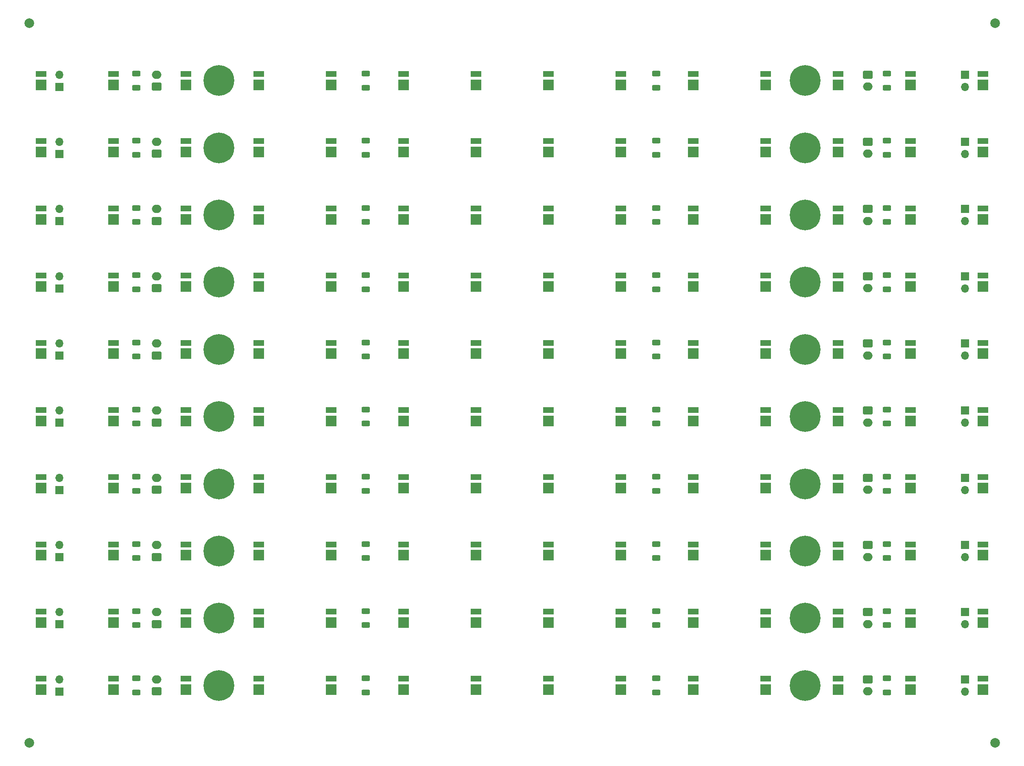
<source format=gbr>
%TF.GenerationSoftware,KiCad,Pcbnew,(6.0.7)*%
%TF.CreationDate,2023-02-06T14:52:35+00:00*%
%TF.ProjectId,Dayspring_Mini_P,44617973-7072-4696-9e67-5f4d696e695f,rev?*%
%TF.SameCoordinates,Original*%
%TF.FileFunction,Soldermask,Top*%
%TF.FilePolarity,Negative*%
%FSLAX46Y46*%
G04 Gerber Fmt 4.6, Leading zero omitted, Abs format (unit mm)*
G04 Created by KiCad (PCBNEW (6.0.7)) date 2023-02-06 14:52:35*
%MOMM*%
%LPD*%
G01*
G04 APERTURE LIST*
G04 Aperture macros list*
%AMRoundRect*
0 Rectangle with rounded corners*
0 $1 Rounding radius*
0 $2 $3 $4 $5 $6 $7 $8 $9 X,Y pos of 4 corners*
0 Add a 4 corners polygon primitive as box body*
4,1,4,$2,$3,$4,$5,$6,$7,$8,$9,$2,$3,0*
0 Add four circle primitives for the rounded corners*
1,1,$1+$1,$2,$3*
1,1,$1+$1,$4,$5*
1,1,$1+$1,$6,$7*
1,1,$1+$1,$8,$9*
0 Add four rect primitives between the rounded corners*
20,1,$1+$1,$2,$3,$4,$5,0*
20,1,$1+$1,$4,$5,$6,$7,0*
20,1,$1+$1,$6,$7,$8,$9,0*
20,1,$1+$1,$8,$9,$2,$3,0*%
G04 Aperture macros list end*
%ADD10R,2.200000X2.200000*%
%ADD11R,2.200000X1.250000*%
%ADD12RoundRect,0.250000X0.625000X-0.312500X0.625000X0.312500X-0.625000X0.312500X-0.625000X-0.312500X0*%
%ADD13C,6.400000*%
%ADD14C,0.800000*%
%ADD15C,2.000000*%
%ADD16R,1.700000X1.700000*%
%ADD17O,1.700000X1.700000*%
%ADD18RoundRect,0.250000X0.750000X-0.600000X0.750000X0.600000X-0.750000X0.600000X-0.750000X-0.600000X0*%
%ADD19O,2.000000X1.700000*%
%ADD20RoundRect,0.250000X-0.750000X0.600000X-0.750000X-0.600000X0.750000X-0.600000X0.750000X0.600000X0*%
G04 APERTURE END LIST*
D10*
%TO.C,D10*%
X187846153Y-144400000D03*
D11*
X187846153Y-142125000D03*
%TD*%
D12*
%TO.C,R4*%
X198000000Y-88962500D03*
X198000000Y-86037500D03*
%TD*%
D10*
%TO.C,D11*%
X97384615Y-46400000D03*
D11*
X97384615Y-44125000D03*
%TD*%
D10*
%TO.C,D2*%
X127538461Y-46400000D03*
D11*
X127538461Y-44125000D03*
%TD*%
D10*
%TO.C,D5*%
X52153846Y-116400000D03*
D11*
X52153846Y-114125000D03*
%TD*%
D10*
%TO.C,D7*%
X67230769Y-102400000D03*
D11*
X67230769Y-100125000D03*
%TD*%
D10*
%TO.C,D10*%
X187846153Y-116400000D03*
D11*
X187846153Y-114125000D03*
%TD*%
D10*
%TO.C,D14*%
X218000000Y-144400000D03*
D11*
X218000000Y-142125000D03*
%TD*%
D10*
%TO.C,D4*%
X142615384Y-116400000D03*
D11*
X142615384Y-114125000D03*
%TD*%
D10*
%TO.C,D2*%
X127538461Y-116400000D03*
D11*
X127538461Y-114125000D03*
%TD*%
D10*
%TO.C,D12*%
X202923076Y-88400000D03*
D11*
X202923076Y-86125000D03*
%TD*%
D10*
%TO.C,D11*%
X97384615Y-130400000D03*
D11*
X97384615Y-128125000D03*
%TD*%
D12*
%TO.C,R4*%
X198000000Y-102962500D03*
X198000000Y-100037500D03*
%TD*%
D13*
%TO.C,H2*%
X181000000Y-157500000D03*
D14*
X179302944Y-155802944D03*
X182697056Y-155802944D03*
X183400000Y-157500000D03*
X182697056Y-159197056D03*
X181000000Y-159900000D03*
X181000000Y-155100000D03*
X178600000Y-157500000D03*
X179302944Y-159197056D03*
%TD*%
D10*
%TO.C,D12*%
X202923076Y-144400000D03*
D11*
X202923076Y-142125000D03*
%TD*%
D10*
%TO.C,D5*%
X52153846Y-144400000D03*
D11*
X52153846Y-142125000D03*
%TD*%
D10*
%TO.C,D12*%
X202923076Y-158400000D03*
D11*
X202923076Y-156125000D03*
%TD*%
D10*
%TO.C,D5*%
X52153846Y-32400000D03*
D11*
X52153846Y-30125000D03*
%TD*%
D10*
%TO.C,D3*%
X37076923Y-74400000D03*
D11*
X37076923Y-72125000D03*
%TD*%
D10*
%TO.C,D7*%
X67230769Y-46400000D03*
D11*
X67230769Y-44125000D03*
%TD*%
D12*
%TO.C,R3*%
X89500000Y-116962500D03*
X89500000Y-114037500D03*
%TD*%
%TO.C,R4*%
X198000000Y-74962500D03*
X198000000Y-72037500D03*
%TD*%
D10*
%TO.C,D5*%
X52153846Y-60400000D03*
D11*
X52153846Y-58125000D03*
%TD*%
D10*
%TO.C,D9*%
X82307692Y-130400000D03*
D11*
X82307692Y-128125000D03*
%TD*%
D15*
%TO.C,REF\u002A\u002A*%
X19500000Y-169500000D03*
%TD*%
D10*
%TO.C,D9*%
X82307692Y-88400000D03*
D11*
X82307692Y-86125000D03*
%TD*%
D14*
%TO.C,H1*%
X56600000Y-59500000D03*
X61400000Y-59500000D03*
X59000000Y-61900000D03*
X60697056Y-61197056D03*
D13*
X59000000Y-59500000D03*
D14*
X57302944Y-57802944D03*
X59000000Y-57100000D03*
X60697056Y-57802944D03*
X57302944Y-61197056D03*
%TD*%
D10*
%TO.C,D6*%
X157692307Y-144400000D03*
D11*
X157692307Y-142125000D03*
%TD*%
D10*
%TO.C,D12*%
X202923076Y-130400000D03*
D11*
X202923076Y-128125000D03*
%TD*%
D10*
%TO.C,D1*%
X22000000Y-46400000D03*
D11*
X22000000Y-44125000D03*
%TD*%
D12*
%TO.C,R4*%
X198000000Y-116962500D03*
X198000000Y-114037500D03*
%TD*%
D14*
%TO.C,H2*%
X181000000Y-33900000D03*
D13*
X181000000Y-31500000D03*
D14*
X182697056Y-33197056D03*
X182697056Y-29802944D03*
X179302944Y-29802944D03*
X183400000Y-31500000D03*
X178600000Y-31500000D03*
X181000000Y-29100000D03*
X179302944Y-33197056D03*
%TD*%
D12*
%TO.C,R1*%
X41750000Y-130962500D03*
X41750000Y-128037500D03*
%TD*%
D10*
%TO.C,D8*%
X172769230Y-74400000D03*
D11*
X172769230Y-72125000D03*
%TD*%
D10*
%TO.C,D1*%
X22000000Y-60400000D03*
D11*
X22000000Y-58125000D03*
%TD*%
D12*
%TO.C,R1*%
X41750000Y-46962500D03*
X41750000Y-44037500D03*
%TD*%
D10*
%TO.C,D4*%
X142615384Y-144400000D03*
D11*
X142615384Y-142125000D03*
%TD*%
D10*
%TO.C,D3*%
X37076923Y-116400000D03*
D11*
X37076923Y-114125000D03*
%TD*%
D12*
%TO.C,R2*%
X150000000Y-60962500D03*
X150000000Y-58037500D03*
%TD*%
D10*
%TO.C,D3*%
X37076923Y-46400000D03*
D11*
X37076923Y-44125000D03*
%TD*%
D12*
%TO.C,R2*%
X150000000Y-144962500D03*
X150000000Y-142037500D03*
%TD*%
D10*
%TO.C,D9*%
X82307692Y-60400000D03*
D11*
X82307692Y-58125000D03*
%TD*%
D14*
%TO.C,H1*%
X56600000Y-115500000D03*
X57302944Y-113802944D03*
D13*
X59000000Y-115500000D03*
D14*
X61400000Y-115500000D03*
X60697056Y-117197056D03*
X59000000Y-117900000D03*
X60697056Y-113802944D03*
X57302944Y-117197056D03*
X59000000Y-113100000D03*
%TD*%
D12*
%TO.C,R3*%
X89500000Y-130962500D03*
X89500000Y-128037500D03*
%TD*%
%TO.C,R4*%
X198000000Y-32962500D03*
X198000000Y-30037500D03*
%TD*%
D14*
%TO.C,H2*%
X182697056Y-85802944D03*
X181000000Y-85100000D03*
X181000000Y-89900000D03*
X178600000Y-87500000D03*
X179302944Y-85802944D03*
X182697056Y-89197056D03*
D13*
X181000000Y-87500000D03*
D14*
X183400000Y-87500000D03*
X179302944Y-89197056D03*
%TD*%
D10*
%TO.C,D13*%
X112461538Y-60400000D03*
D11*
X112461538Y-58125000D03*
%TD*%
D10*
%TO.C,D4*%
X142615384Y-158400000D03*
D11*
X142615384Y-156125000D03*
%TD*%
D12*
%TO.C,R3*%
X89500000Y-158962500D03*
X89500000Y-156037500D03*
%TD*%
D13*
%TO.C,H2*%
X181000000Y-129500000D03*
D14*
X182697056Y-131197056D03*
X178600000Y-129500000D03*
X179302944Y-131197056D03*
X183400000Y-129500000D03*
X182697056Y-127802944D03*
X181000000Y-131900000D03*
X181000000Y-127100000D03*
X179302944Y-127802944D03*
%TD*%
D10*
%TO.C,D14*%
X218000000Y-74400000D03*
D11*
X218000000Y-72125000D03*
%TD*%
D10*
%TO.C,D5*%
X52153846Y-88400000D03*
D11*
X52153846Y-86125000D03*
%TD*%
D15*
%TO.C,REF\u002A\u002A*%
X220500000Y-169500000D03*
%TD*%
D10*
%TO.C,D7*%
X67230769Y-158400000D03*
D11*
X67230769Y-156125000D03*
%TD*%
D10*
%TO.C,D9*%
X82307692Y-74400000D03*
D11*
X82307692Y-72125000D03*
%TD*%
D10*
%TO.C,D8*%
X172769230Y-158400000D03*
D11*
X172769230Y-156125000D03*
%TD*%
D10*
%TO.C,D6*%
X157692307Y-46400000D03*
D11*
X157692307Y-44125000D03*
%TD*%
D10*
%TO.C,D4*%
X142615384Y-74400000D03*
D11*
X142615384Y-72125000D03*
%TD*%
D12*
%TO.C,R1*%
X41750000Y-102962500D03*
X41750000Y-100037500D03*
%TD*%
D10*
%TO.C,D8*%
X172769230Y-46400000D03*
D11*
X172769230Y-44125000D03*
%TD*%
D10*
%TO.C,D2*%
X127538461Y-74400000D03*
D11*
X127538461Y-72125000D03*
%TD*%
D10*
%TO.C,D11*%
X97384615Y-74400000D03*
D11*
X97384615Y-72125000D03*
%TD*%
D10*
%TO.C,D10*%
X187846153Y-46400000D03*
D11*
X187846153Y-44125000D03*
%TD*%
D10*
%TO.C,D10*%
X187846153Y-102400000D03*
D11*
X187846153Y-100125000D03*
%TD*%
D10*
%TO.C,D14*%
X218000000Y-60400000D03*
D11*
X218000000Y-58125000D03*
%TD*%
D10*
%TO.C,D11*%
X97384615Y-102400000D03*
D11*
X97384615Y-100125000D03*
%TD*%
D10*
%TO.C,D13*%
X112461538Y-102400000D03*
D11*
X112461538Y-100125000D03*
%TD*%
D10*
%TO.C,D10*%
X187846153Y-60400000D03*
D11*
X187846153Y-58125000D03*
%TD*%
D10*
%TO.C,D9*%
X82307692Y-102400000D03*
D11*
X82307692Y-100125000D03*
%TD*%
D12*
%TO.C,R3*%
X89500000Y-88962500D03*
X89500000Y-86037500D03*
%TD*%
%TO.C,R2*%
X150000000Y-116962500D03*
X150000000Y-114037500D03*
%TD*%
D14*
%TO.C,H1*%
X61400000Y-73500000D03*
X57302944Y-71802944D03*
X59000000Y-75900000D03*
X57302944Y-75197056D03*
X60697056Y-71802944D03*
X59000000Y-71100000D03*
X56600000Y-73500000D03*
D13*
X59000000Y-73500000D03*
D14*
X60697056Y-75197056D03*
%TD*%
D10*
%TO.C,D13*%
X112461538Y-74400000D03*
D11*
X112461538Y-72125000D03*
%TD*%
D10*
%TO.C,D11*%
X97384615Y-158400000D03*
D11*
X97384615Y-156125000D03*
%TD*%
D14*
%TO.C,H1*%
X60697056Y-89197056D03*
X57302944Y-89197056D03*
X59000000Y-85100000D03*
D13*
X59000000Y-87500000D03*
D14*
X60697056Y-85802944D03*
X61400000Y-87500000D03*
X59000000Y-89900000D03*
X56600000Y-87500000D03*
X57302944Y-85802944D03*
%TD*%
D10*
%TO.C,D8*%
X172769230Y-144400000D03*
D11*
X172769230Y-142125000D03*
%TD*%
D10*
%TO.C,D6*%
X157692307Y-88400000D03*
D11*
X157692307Y-86125000D03*
%TD*%
D12*
%TO.C,R3*%
X89500000Y-144962500D03*
X89500000Y-142037500D03*
%TD*%
D14*
%TO.C,H1*%
X59000000Y-33900000D03*
X59000000Y-29100000D03*
X57302944Y-33197056D03*
X61400000Y-31500000D03*
D13*
X59000000Y-31500000D03*
D14*
X60697056Y-33197056D03*
X57302944Y-29802944D03*
X60697056Y-29802944D03*
X56600000Y-31500000D03*
%TD*%
D10*
%TO.C,D2*%
X127538461Y-130400000D03*
D11*
X127538461Y-128125000D03*
%TD*%
D14*
%TO.C,H2*%
X178600000Y-59500000D03*
X179302944Y-61197056D03*
X179302944Y-57802944D03*
X181000000Y-61900000D03*
D13*
X181000000Y-59500000D03*
D14*
X182697056Y-61197056D03*
X182697056Y-57802944D03*
X183400000Y-59500000D03*
X181000000Y-57100000D03*
%TD*%
D12*
%TO.C,R3*%
X89500000Y-74962500D03*
X89500000Y-72037500D03*
%TD*%
D10*
%TO.C,D6*%
X157692307Y-116400000D03*
D11*
X157692307Y-114125000D03*
%TD*%
D12*
%TO.C,R1*%
X41750000Y-116962500D03*
X41750000Y-114037500D03*
%TD*%
D10*
%TO.C,D1*%
X22000000Y-32400000D03*
D11*
X22000000Y-30125000D03*
%TD*%
D10*
%TO.C,D4*%
X142615384Y-130400000D03*
D11*
X142615384Y-128125000D03*
%TD*%
D10*
%TO.C,D14*%
X218000000Y-88400000D03*
D11*
X218000000Y-86125000D03*
%TD*%
D10*
%TO.C,D3*%
X37076923Y-102400000D03*
D11*
X37076923Y-100125000D03*
%TD*%
D14*
%TO.C,H2*%
X178600000Y-45500000D03*
X179302944Y-47197056D03*
X179302944Y-43802944D03*
X182697056Y-43802944D03*
X181000000Y-47900000D03*
X183400000Y-45500000D03*
X181000000Y-43100000D03*
D13*
X181000000Y-45500000D03*
D14*
X182697056Y-47197056D03*
%TD*%
D10*
%TO.C,D9*%
X82307692Y-158400000D03*
D11*
X82307692Y-156125000D03*
%TD*%
D10*
%TO.C,D5*%
X52153846Y-74400000D03*
D11*
X52153846Y-72125000D03*
%TD*%
D10*
%TO.C,D7*%
X67230769Y-130400000D03*
D11*
X67230769Y-128125000D03*
%TD*%
D10*
%TO.C,D7*%
X67230769Y-144400000D03*
D11*
X67230769Y-142125000D03*
%TD*%
D12*
%TO.C,R1*%
X41750000Y-158962500D03*
X41750000Y-156037500D03*
%TD*%
%TO.C,R4*%
X198000000Y-46962500D03*
X198000000Y-44037500D03*
%TD*%
%TO.C,R1*%
X41750000Y-60962500D03*
X41750000Y-58037500D03*
%TD*%
D10*
%TO.C,D1*%
X22000000Y-130400000D03*
D11*
X22000000Y-128125000D03*
%TD*%
D10*
%TO.C,D11*%
X97384615Y-144400000D03*
D11*
X97384615Y-142125000D03*
%TD*%
D10*
%TO.C,D11*%
X97384615Y-88400000D03*
D11*
X97384615Y-86125000D03*
%TD*%
D12*
%TO.C,R2*%
X150000000Y-46962500D03*
X150000000Y-44037500D03*
%TD*%
D10*
%TO.C,D3*%
X37076923Y-144400000D03*
D11*
X37076923Y-142125000D03*
%TD*%
D12*
%TO.C,R2*%
X150000000Y-88962500D03*
X150000000Y-86037500D03*
%TD*%
%TO.C,R2*%
X150000000Y-102962500D03*
X150000000Y-100037500D03*
%TD*%
%TO.C,R2*%
X150000000Y-130962500D03*
X150000000Y-128037500D03*
%TD*%
D10*
%TO.C,D12*%
X202923076Y-46400000D03*
D11*
X202923076Y-44125000D03*
%TD*%
D12*
%TO.C,R3*%
X89500000Y-102962500D03*
X89500000Y-100037500D03*
%TD*%
D10*
%TO.C,D2*%
X127538461Y-32400000D03*
D11*
X127538461Y-30125000D03*
%TD*%
D10*
%TO.C,D12*%
X202923076Y-102400000D03*
D11*
X202923076Y-100125000D03*
%TD*%
D12*
%TO.C,R1*%
X41750000Y-74962500D03*
X41750000Y-72037500D03*
%TD*%
%TO.C,R3*%
X89500000Y-46962500D03*
X89500000Y-44037500D03*
%TD*%
D10*
%TO.C,D13*%
X112461538Y-32400000D03*
D11*
X112461538Y-30125000D03*
%TD*%
D10*
%TO.C,D8*%
X172769230Y-88400000D03*
D11*
X172769230Y-86125000D03*
%TD*%
D10*
%TO.C,D3*%
X37076923Y-60400000D03*
D11*
X37076923Y-58125000D03*
%TD*%
D10*
%TO.C,D8*%
X172769230Y-116400000D03*
D11*
X172769230Y-114125000D03*
%TD*%
D10*
%TO.C,D11*%
X97384615Y-116400000D03*
D11*
X97384615Y-114125000D03*
%TD*%
D10*
%TO.C,D7*%
X67230769Y-116400000D03*
D11*
X67230769Y-114125000D03*
%TD*%
D10*
%TO.C,D1*%
X22000000Y-74400000D03*
D11*
X22000000Y-72125000D03*
%TD*%
D10*
%TO.C,D3*%
X37076923Y-88400000D03*
D11*
X37076923Y-86125000D03*
%TD*%
D10*
%TO.C,D4*%
X142615384Y-46400000D03*
D11*
X142615384Y-44125000D03*
%TD*%
D10*
%TO.C,D10*%
X187846153Y-158400000D03*
D11*
X187846153Y-156125000D03*
%TD*%
D10*
%TO.C,D4*%
X142615384Y-88400000D03*
D11*
X142615384Y-86125000D03*
%TD*%
D10*
%TO.C,D13*%
X112461538Y-88400000D03*
D11*
X112461538Y-86125000D03*
%TD*%
D10*
%TO.C,D2*%
X127538461Y-60400000D03*
D11*
X127538461Y-58125000D03*
%TD*%
D10*
%TO.C,D11*%
X97384615Y-32400000D03*
D11*
X97384615Y-30125000D03*
%TD*%
D12*
%TO.C,R4*%
X198000000Y-158962500D03*
X198000000Y-156037500D03*
%TD*%
D10*
%TO.C,D12*%
X202923076Y-116400000D03*
D11*
X202923076Y-114125000D03*
%TD*%
D12*
%TO.C,R1*%
X41750000Y-88962500D03*
X41750000Y-86037500D03*
%TD*%
D10*
%TO.C,D7*%
X67230769Y-88400000D03*
D11*
X67230769Y-86125000D03*
%TD*%
D10*
%TO.C,D2*%
X127538461Y-88400000D03*
D11*
X127538461Y-86125000D03*
%TD*%
D14*
%TO.C,H1*%
X60697056Y-155802944D03*
X57302944Y-159197056D03*
X59000000Y-155100000D03*
X60697056Y-159197056D03*
X61400000Y-157500000D03*
D13*
X59000000Y-157500000D03*
D14*
X56600000Y-157500000D03*
X59000000Y-159900000D03*
X57302944Y-155802944D03*
%TD*%
D13*
%TO.C,H1*%
X59000000Y-143500000D03*
D14*
X59000000Y-145900000D03*
X60697056Y-141802944D03*
X59000000Y-141100000D03*
X57302944Y-145197056D03*
X61400000Y-143500000D03*
X60697056Y-145197056D03*
X57302944Y-141802944D03*
X56600000Y-143500000D03*
%TD*%
D12*
%TO.C,R2*%
X150000000Y-158962500D03*
X150000000Y-156037500D03*
%TD*%
D10*
%TO.C,D12*%
X202923076Y-60400000D03*
D11*
X202923076Y-58125000D03*
%TD*%
D12*
%TO.C,R2*%
X150000000Y-74962500D03*
X150000000Y-72037500D03*
%TD*%
%TO.C,R4*%
X198000000Y-130962500D03*
X198000000Y-128037500D03*
%TD*%
%TO.C,R4*%
X198000000Y-144962500D03*
X198000000Y-142037500D03*
%TD*%
D14*
%TO.C,H2*%
X179302944Y-113802944D03*
X182697056Y-113802944D03*
X181000000Y-113100000D03*
X179302944Y-117197056D03*
X181000000Y-117900000D03*
X183400000Y-115500000D03*
D13*
X181000000Y-115500000D03*
D14*
X182697056Y-117197056D03*
X178600000Y-115500000D03*
%TD*%
D10*
%TO.C,D5*%
X52153846Y-46400000D03*
D11*
X52153846Y-44125000D03*
%TD*%
D10*
%TO.C,D14*%
X218000000Y-32400000D03*
D11*
X218000000Y-30125000D03*
%TD*%
D10*
%TO.C,D6*%
X157692307Y-32400000D03*
D11*
X157692307Y-30125000D03*
%TD*%
D10*
%TO.C,D14*%
X218000000Y-102400000D03*
D11*
X218000000Y-100125000D03*
%TD*%
D10*
%TO.C,D13*%
X112461538Y-46400000D03*
D11*
X112461538Y-44125000D03*
%TD*%
D10*
%TO.C,D13*%
X112461538Y-130400000D03*
D11*
X112461538Y-128125000D03*
%TD*%
D10*
%TO.C,D1*%
X22000000Y-102400000D03*
D11*
X22000000Y-100125000D03*
%TD*%
D10*
%TO.C,D14*%
X218000000Y-158400000D03*
D11*
X218000000Y-156125000D03*
%TD*%
D10*
%TO.C,D11*%
X97384615Y-60400000D03*
D11*
X97384615Y-58125000D03*
%TD*%
D10*
%TO.C,D9*%
X82307692Y-32400000D03*
D11*
X82307692Y-30125000D03*
%TD*%
D13*
%TO.C,H1*%
X59000000Y-129500000D03*
D14*
X59000000Y-131900000D03*
X60697056Y-131197056D03*
X60697056Y-127802944D03*
X56600000Y-129500000D03*
X57302944Y-131197056D03*
X57302944Y-127802944D03*
X59000000Y-127100000D03*
X61400000Y-129500000D03*
%TD*%
D10*
%TO.C,D1*%
X22000000Y-144400000D03*
D11*
X22000000Y-142125000D03*
%TD*%
D10*
%TO.C,D1*%
X22000000Y-158400000D03*
D11*
X22000000Y-156125000D03*
%TD*%
D10*
%TO.C,D5*%
X52153846Y-130400000D03*
D11*
X52153846Y-128125000D03*
%TD*%
D10*
%TO.C,D8*%
X172769230Y-60400000D03*
D11*
X172769230Y-58125000D03*
%TD*%
D10*
%TO.C,D8*%
X172769230Y-130400000D03*
D11*
X172769230Y-128125000D03*
%TD*%
D10*
%TO.C,D13*%
X112461538Y-116400000D03*
D11*
X112461538Y-114125000D03*
%TD*%
D10*
%TO.C,D9*%
X82307692Y-144400000D03*
D11*
X82307692Y-142125000D03*
%TD*%
D12*
%TO.C,R1*%
X41750000Y-32962500D03*
X41750000Y-30037500D03*
%TD*%
D14*
%TO.C,H2*%
X179302944Y-103197056D03*
X178600000Y-101500000D03*
X183400000Y-101500000D03*
X182697056Y-99802944D03*
X179302944Y-99802944D03*
X181000000Y-99100000D03*
X181000000Y-103900000D03*
D13*
X181000000Y-101500000D03*
D14*
X182697056Y-103197056D03*
%TD*%
D10*
%TO.C,D14*%
X218000000Y-130400000D03*
D11*
X218000000Y-128125000D03*
%TD*%
D10*
%TO.C,D5*%
X52153846Y-102400000D03*
D11*
X52153846Y-100125000D03*
%TD*%
D12*
%TO.C,R1*%
X41750000Y-144962500D03*
X41750000Y-142037500D03*
%TD*%
D10*
%TO.C,D3*%
X37076923Y-32400000D03*
D11*
X37076923Y-30125000D03*
%TD*%
D12*
%TO.C,R3*%
X89500000Y-60962500D03*
X89500000Y-58037500D03*
%TD*%
D10*
%TO.C,D6*%
X157692307Y-60400000D03*
D11*
X157692307Y-58125000D03*
%TD*%
D10*
%TO.C,D8*%
X172769230Y-32400000D03*
D11*
X172769230Y-30125000D03*
%TD*%
D10*
%TO.C,D13*%
X112461538Y-158400000D03*
D11*
X112461538Y-156125000D03*
%TD*%
D10*
%TO.C,D4*%
X142615384Y-102400000D03*
D11*
X142615384Y-100125000D03*
%TD*%
D14*
%TO.C,H2*%
X181000000Y-75900000D03*
X181000000Y-71100000D03*
X182697056Y-71802944D03*
X179302944Y-75197056D03*
X182697056Y-75197056D03*
X179302944Y-71802944D03*
X178600000Y-73500000D03*
D13*
X181000000Y-73500000D03*
D14*
X183400000Y-73500000D03*
%TD*%
D10*
%TO.C,D7*%
X67230769Y-32400000D03*
D11*
X67230769Y-30125000D03*
%TD*%
D10*
%TO.C,D6*%
X157692307Y-102400000D03*
D11*
X157692307Y-100125000D03*
%TD*%
D10*
%TO.C,D4*%
X142615384Y-60400000D03*
D11*
X142615384Y-58125000D03*
%TD*%
D10*
%TO.C,D7*%
X67230769Y-74400000D03*
D11*
X67230769Y-72125000D03*
%TD*%
D10*
%TO.C,D2*%
X127538461Y-144400000D03*
D11*
X127538461Y-142125000D03*
%TD*%
D10*
%TO.C,D6*%
X157692307Y-158400000D03*
D11*
X157692307Y-156125000D03*
%TD*%
D10*
%TO.C,D1*%
X22000000Y-116400000D03*
D11*
X22000000Y-114125000D03*
%TD*%
D10*
%TO.C,D3*%
X37076923Y-158400000D03*
D11*
X37076923Y-156125000D03*
%TD*%
D10*
%TO.C,D14*%
X218000000Y-116400000D03*
D11*
X218000000Y-114125000D03*
%TD*%
D14*
%TO.C,H1*%
X59000000Y-99100000D03*
X56600000Y-101500000D03*
X60697056Y-103197056D03*
X57302944Y-103197056D03*
X61400000Y-101500000D03*
X59000000Y-103900000D03*
X60697056Y-99802944D03*
D13*
X59000000Y-101500000D03*
D14*
X57302944Y-99802944D03*
%TD*%
D10*
%TO.C,D12*%
X202923076Y-74400000D03*
D11*
X202923076Y-72125000D03*
%TD*%
D14*
%TO.C,H2*%
X179302944Y-145197056D03*
X182697056Y-141802944D03*
D13*
X181000000Y-143500000D03*
D14*
X182697056Y-145197056D03*
X178600000Y-143500000D03*
X183400000Y-143500000D03*
X181000000Y-141100000D03*
X181000000Y-145900000D03*
X179302944Y-141802944D03*
%TD*%
D10*
%TO.C,D5*%
X52153846Y-158400000D03*
D11*
X52153846Y-156125000D03*
%TD*%
D10*
%TO.C,D6*%
X157692307Y-130400000D03*
D11*
X157692307Y-128125000D03*
%TD*%
D10*
%TO.C,D2*%
X127538461Y-102400000D03*
D11*
X127538461Y-100125000D03*
%TD*%
D10*
%TO.C,D14*%
X218000000Y-46400000D03*
D11*
X218000000Y-44125000D03*
%TD*%
D10*
%TO.C,D3*%
X37076923Y-130400000D03*
D11*
X37076923Y-128125000D03*
%TD*%
D10*
%TO.C,D1*%
X22000000Y-88400000D03*
D11*
X22000000Y-86125000D03*
%TD*%
D10*
%TO.C,D6*%
X157692307Y-74400000D03*
D11*
X157692307Y-72125000D03*
%TD*%
D12*
%TO.C,R4*%
X198000000Y-60962500D03*
X198000000Y-58037500D03*
%TD*%
D10*
%TO.C,D4*%
X142615384Y-32400000D03*
D11*
X142615384Y-30125000D03*
%TD*%
D10*
%TO.C,D12*%
X202923076Y-32400000D03*
D11*
X202923076Y-30125000D03*
%TD*%
D10*
%TO.C,D8*%
X172769230Y-102400000D03*
D11*
X172769230Y-100125000D03*
%TD*%
D10*
%TO.C,D13*%
X112461538Y-144400000D03*
D11*
X112461538Y-142125000D03*
%TD*%
D10*
%TO.C,D10*%
X187846153Y-130400000D03*
D11*
X187846153Y-128125000D03*
%TD*%
D10*
%TO.C,D2*%
X127538461Y-158400000D03*
D11*
X127538461Y-156125000D03*
%TD*%
D12*
%TO.C,R3*%
X89500000Y-32962500D03*
X89500000Y-30037500D03*
%TD*%
D10*
%TO.C,D10*%
X187846153Y-88400000D03*
D11*
X187846153Y-86125000D03*
%TD*%
D13*
%TO.C,H1*%
X59000000Y-45500000D03*
D14*
X57302944Y-47197056D03*
X57302944Y-43802944D03*
X59000000Y-47900000D03*
X59000000Y-43100000D03*
X56600000Y-45500000D03*
X60697056Y-47197056D03*
X60697056Y-43802944D03*
X61400000Y-45500000D03*
%TD*%
D15*
%TO.C,REF\u002A\u002A*%
X220500000Y-19500000D03*
%TD*%
D10*
%TO.C,D9*%
X82307692Y-46400000D03*
D11*
X82307692Y-44125000D03*
%TD*%
D10*
%TO.C,D9*%
X82307692Y-116400000D03*
D11*
X82307692Y-114125000D03*
%TD*%
D10*
%TO.C,D10*%
X187846153Y-74400000D03*
D11*
X187846153Y-72125000D03*
%TD*%
D12*
%TO.C,R2*%
X150000000Y-32962500D03*
X150000000Y-30037500D03*
%TD*%
D15*
%TO.C,REF\u002A\u002A*%
X19500000Y-19500000D03*
%TD*%
D10*
%TO.C,D7*%
X67230769Y-60400000D03*
D11*
X67230769Y-58125000D03*
%TD*%
D10*
%TO.C,D10*%
X187846153Y-32400000D03*
D11*
X187846153Y-30125000D03*
%TD*%
D16*
%TO.C,J4*%
X214250000Y-44250000D03*
D17*
X214250000Y-46790000D03*
%TD*%
D16*
%TO.C,J2*%
X25750000Y-74790000D03*
D17*
X25750000Y-72250000D03*
%TD*%
D18*
%TO.C,J1*%
X46000000Y-116750000D03*
D19*
X46000000Y-114250000D03*
%TD*%
D16*
%TO.C,J4*%
X214250000Y-114250000D03*
D17*
X214250000Y-116790000D03*
%TD*%
D16*
%TO.C,J4*%
X214250000Y-72250000D03*
D17*
X214250000Y-74790000D03*
%TD*%
D16*
%TO.C,J4*%
X214250000Y-142250000D03*
D17*
X214250000Y-144790000D03*
%TD*%
D16*
%TO.C,J2*%
X25750000Y-144790000D03*
D17*
X25750000Y-142250000D03*
%TD*%
D20*
%TO.C,J3*%
X194000000Y-30250000D03*
D19*
X194000000Y-32750000D03*
%TD*%
D16*
%TO.C,J2*%
X25750000Y-60790000D03*
D17*
X25750000Y-58250000D03*
%TD*%
D16*
%TO.C,J2*%
X25750000Y-130790000D03*
D17*
X25750000Y-128250000D03*
%TD*%
D16*
%TO.C,J2*%
X25750000Y-46790000D03*
D17*
X25750000Y-44250000D03*
%TD*%
D16*
%TO.C,J2*%
X25750000Y-102790000D03*
D17*
X25750000Y-100250000D03*
%TD*%
D16*
%TO.C,J4*%
X214250000Y-30250000D03*
D17*
X214250000Y-32790000D03*
%TD*%
D16*
%TO.C,J2*%
X25750000Y-88790000D03*
D17*
X25750000Y-86250000D03*
%TD*%
D20*
%TO.C,J3*%
X194000000Y-44250000D03*
D19*
X194000000Y-46750000D03*
%TD*%
D18*
%TO.C,J1*%
X46000000Y-144750000D03*
D19*
X46000000Y-142250000D03*
%TD*%
D20*
%TO.C,J3*%
X194000000Y-72250000D03*
D19*
X194000000Y-74750000D03*
%TD*%
D16*
%TO.C,J4*%
X214250000Y-86250000D03*
D17*
X214250000Y-88790000D03*
%TD*%
D16*
%TO.C,J4*%
X214250000Y-128250000D03*
D17*
X214250000Y-130790000D03*
%TD*%
D16*
%TO.C,J4*%
X214250000Y-58250000D03*
D17*
X214250000Y-60790000D03*
%TD*%
D20*
%TO.C,J3*%
X194000000Y-114250000D03*
D19*
X194000000Y-116750000D03*
%TD*%
D16*
%TO.C,J2*%
X25750000Y-32790000D03*
D17*
X25750000Y-30250000D03*
%TD*%
D18*
%TO.C,J1*%
X46000000Y-32750000D03*
D19*
X46000000Y-30250000D03*
%TD*%
D20*
%TO.C,J3*%
X194000000Y-100250000D03*
D19*
X194000000Y-102750000D03*
%TD*%
D18*
%TO.C,J1*%
X46000000Y-88750000D03*
D19*
X46000000Y-86250000D03*
%TD*%
D20*
%TO.C,J3*%
X194000000Y-86250000D03*
D19*
X194000000Y-88750000D03*
%TD*%
D16*
%TO.C,J4*%
X214250000Y-156250000D03*
D17*
X214250000Y-158790000D03*
%TD*%
D18*
%TO.C,J1*%
X46000000Y-158750000D03*
D19*
X46000000Y-156250000D03*
%TD*%
D20*
%TO.C,J3*%
X194000000Y-58250000D03*
D19*
X194000000Y-60750000D03*
%TD*%
D20*
%TO.C,J3*%
X194000000Y-128250000D03*
D19*
X194000000Y-130750000D03*
%TD*%
D20*
%TO.C,J3*%
X194000000Y-142250000D03*
D19*
X194000000Y-144750000D03*
%TD*%
D16*
%TO.C,J2*%
X25750000Y-116790000D03*
D17*
X25750000Y-114250000D03*
%TD*%
D18*
%TO.C,J1*%
X46000000Y-74750000D03*
D19*
X46000000Y-72250000D03*
%TD*%
D18*
%TO.C,J1*%
X46000000Y-46750000D03*
D19*
X46000000Y-44250000D03*
%TD*%
D18*
%TO.C,J1*%
X46000000Y-60750000D03*
D19*
X46000000Y-58250000D03*
%TD*%
D16*
%TO.C,J2*%
X25750000Y-158790000D03*
D17*
X25750000Y-156250000D03*
%TD*%
D16*
%TO.C,J4*%
X214250000Y-100250000D03*
D17*
X214250000Y-102790000D03*
%TD*%
D18*
%TO.C,J1*%
X46000000Y-102750000D03*
D19*
X46000000Y-100250000D03*
%TD*%
D20*
%TO.C,J3*%
X194000000Y-156250000D03*
D19*
X194000000Y-158750000D03*
%TD*%
D18*
%TO.C,J1*%
X46000000Y-130750000D03*
D19*
X46000000Y-128250000D03*
%TD*%
M02*

</source>
